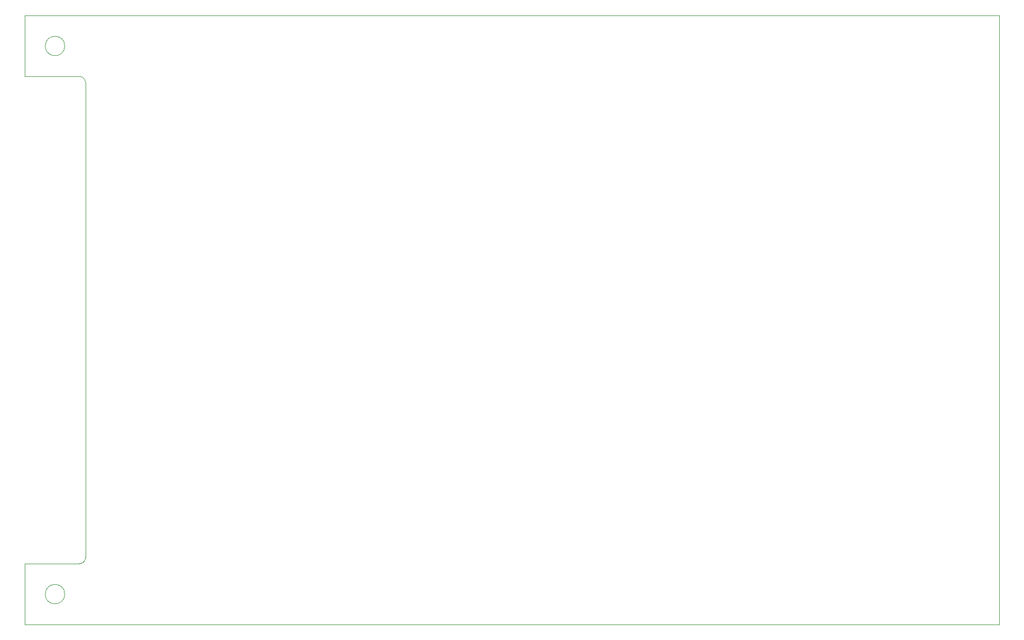
<source format=gm1>
G04 #@! TF.GenerationSoftware,KiCad,Pcbnew,(5.99.0-2039-g05a89863c)*
G04 #@! TF.CreationDate,2020-06-29T23:33:07-06:00*
G04 #@! TF.ProjectId,gfx,6766782e-6b69-4636-9164-5f7063625858,rev?*
G04 #@! TF.SameCoordinates,Original*
G04 #@! TF.FileFunction,Profile,NP*
%FSLAX46Y46*%
G04 Gerber Fmt 4.6, Leading zero omitted, Abs format (unit mm)*
G04 Created by KiCad (PCBNEW (5.99.0-2039-g05a89863c)) date 2020-06-29 23:33:07*
%MOMM*%
%LPD*%
G01*
G04 APERTURE LIST*
G04 #@! TA.AperFunction,Profile*
%ADD10C,0.050000*%
G04 #@! TD*
G04 APERTURE END LIST*
D10*
X100000000Y-119000000D02*
G75*
G02*
X99000000Y-120000000I-1000000J0D01*
G01*
X99000000Y-40000000D02*
G75*
G02*
X100000000Y-41000000I0J-1000000D01*
G01*
X99000000Y-40000000D02*
X90000000Y-40000000D01*
X100000000Y-119000000D02*
X100000000Y-41000000D01*
X96600000Y-35000000D02*
G75*
G03*
X96600000Y-35000000I-1600000J0D01*
G01*
X96600000Y-125000000D02*
G75*
G03*
X96600000Y-125000000I-1600000J0D01*
G01*
X90000000Y-130000000D02*
X90000000Y-120000000D01*
X90000000Y-30000000D02*
X90000000Y-40000000D01*
X90000000Y-120000000D02*
X99000000Y-120000000D01*
X250000000Y-130000000D02*
X90000000Y-130000000D01*
X250000000Y-30000000D02*
X250000000Y-130000000D01*
X90000000Y-30000000D02*
X250000000Y-30000000D01*
M02*

</source>
